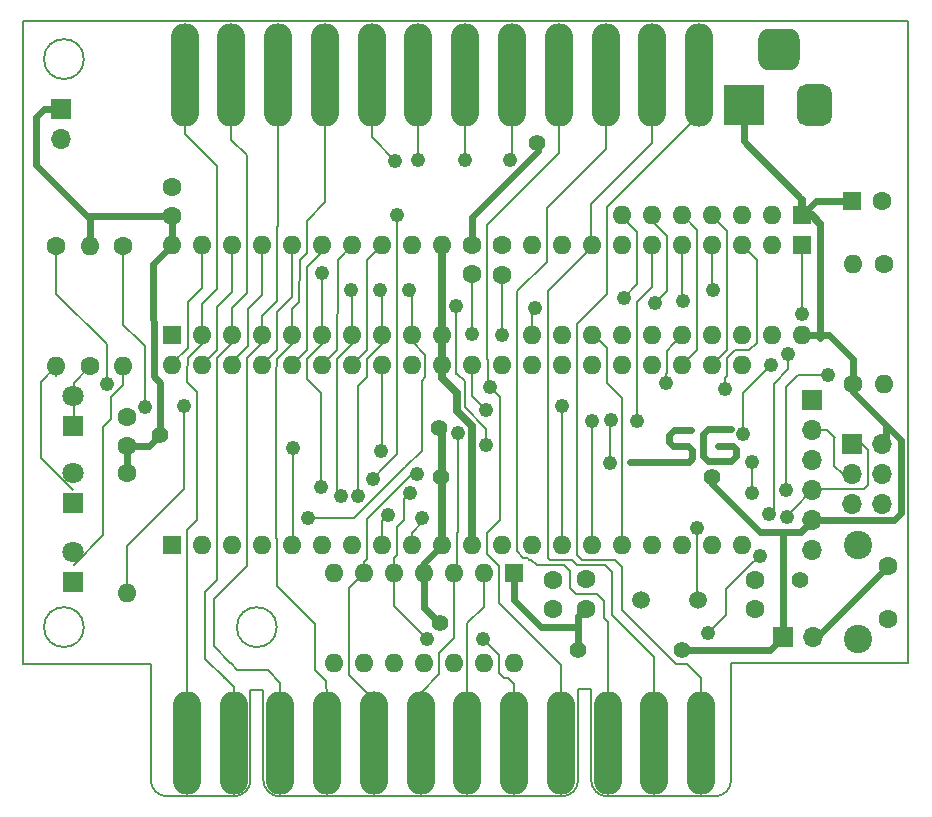
<source format=gtl>
G04 #@! TF.GenerationSoftware,KiCad,Pcbnew,(5.1.9)-1*
G04 #@! TF.CreationDate,2021-05-14T21:12:05-04:00*
G04 #@! TF.ProjectId,CBM-SD,43424d2d-5344-42e6-9b69-6361645f7063,rev?*
G04 #@! TF.SameCoordinates,Original*
G04 #@! TF.FileFunction,Copper,L1,Top*
G04 #@! TF.FilePolarity,Positive*
%FSLAX46Y46*%
G04 Gerber Fmt 4.6, Leading zero omitted, Abs format (unit mm)*
G04 Created by KiCad (PCBNEW (5.1.9)-1) date 2021-05-14 21:12:05*
%MOMM*%
%LPD*%
G01*
G04 APERTURE LIST*
G04 #@! TA.AperFunction,Profile*
%ADD10C,0.200660*%
G04 #@! TD*
G04 #@! TA.AperFunction,ComponentPad*
%ADD11O,1.600000X1.600000*%
G04 #@! TD*
G04 #@! TA.AperFunction,ComponentPad*
%ADD12R,1.600000X1.600000*%
G04 #@! TD*
G04 #@! TA.AperFunction,ComponentPad*
%ADD13O,1.700000X1.700000*%
G04 #@! TD*
G04 #@! TA.AperFunction,ComponentPad*
%ADD14R,1.700000X1.700000*%
G04 #@! TD*
G04 #@! TA.AperFunction,ComponentPad*
%ADD15C,1.600000*%
G04 #@! TD*
G04 #@! TA.AperFunction,ComponentPad*
%ADD16C,2.400000*%
G04 #@! TD*
G04 #@! TA.AperFunction,ComponentPad*
%ADD17R,3.500000X3.500000*%
G04 #@! TD*
G04 #@! TA.AperFunction,ComponentPad*
%ADD18C,1.800000*%
G04 #@! TD*
G04 #@! TA.AperFunction,ComponentPad*
%ADD19R,1.800000X1.800000*%
G04 #@! TD*
G04 #@! TA.AperFunction,ComponentPad*
%ADD20C,1.500000*%
G04 #@! TD*
G04 #@! TA.AperFunction,SMDPad,CuDef*
%ADD21O,2.410000X8.760000*%
G04 #@! TD*
G04 #@! TA.AperFunction,ViaPad*
%ADD22C,1.422400*%
G04 #@! TD*
G04 #@! TA.AperFunction,ViaPad*
%ADD23C,1.219200*%
G04 #@! TD*
G04 #@! TA.AperFunction,Conductor*
%ADD24C,0.600000*%
G04 #@! TD*
G04 #@! TA.AperFunction,Conductor*
%ADD25C,0.660400*%
G04 #@! TD*
G04 #@! TA.AperFunction,Conductor*
%ADD26C,0.203200*%
G04 #@! TD*
G04 #@! TA.AperFunction,Conductor*
%ADD27C,0.200000*%
G04 #@! TD*
G04 APERTURE END LIST*
D10*
X122337228Y-69011800D02*
G75*
G03*
X122337228Y-69011800I-1687228J0D01*
G01*
X122337228Y-117104827D02*
G75*
G03*
X122337228Y-117104827I-1687228J0D01*
G01*
X192151000Y-120142000D02*
X181165500Y-120142000D01*
X192151000Y-65786000D02*
X117221000Y-65786000D01*
X117221000Y-120230900D02*
X117221000Y-65786000D01*
X128003300Y-120230900D02*
X117221000Y-120230900D01*
X128003300Y-130035300D02*
X128003300Y-120230900D01*
X138669428Y-117106700D02*
G75*
G03*
X138669428Y-117106700I-1687228J0D01*
G01*
X177152300Y-120142000D02*
X177152300Y-120192800D01*
X181165500Y-120142000D02*
X177152300Y-120142000D01*
X192151000Y-114109500D02*
X192151000Y-120142000D01*
X177152300Y-130035300D02*
X177152300Y-120192800D01*
X166674800Y-131432300D02*
X175755300Y-131432300D01*
X138925300Y-131432300D02*
X162801300Y-131432300D01*
X129400300Y-131432300D02*
X135051800Y-131432300D01*
X136448800Y-122415300D02*
X136448800Y-130035300D01*
X137528300Y-130035300D02*
X137528300Y-122415300D01*
X164198300Y-122351800D02*
X164198300Y-130035300D01*
X165277800Y-130035300D02*
X165277800Y-122351800D01*
X129400300Y-131432300D02*
G75*
G02*
X128003300Y-130035300I0J1397000D01*
G01*
X136448800Y-130035300D02*
G75*
G02*
X135051800Y-131432300I-1397000J0D01*
G01*
X138925300Y-131432300D02*
G75*
G02*
X137528300Y-130035300I0J1397000D01*
G01*
X164198300Y-130035300D02*
G75*
G02*
X162801300Y-131432300I-1397000J0D01*
G01*
X166674800Y-131432300D02*
G75*
G02*
X165277800Y-130035300I0J1397000D01*
G01*
X177152300Y-130035300D02*
G75*
G02*
X175755300Y-131432300I-1397000J0D01*
G01*
X136448800Y-122415300D02*
X137528300Y-122415300D01*
X165277800Y-122351800D02*
X164198300Y-122351800D01*
X192151000Y-65786000D02*
X192151000Y-114109500D01*
D11*
X129794000Y-94932500D03*
X178054000Y-110172500D03*
X132334000Y-94932500D03*
X175514000Y-110172500D03*
X134874000Y-94932500D03*
X172974000Y-110172500D03*
X137414000Y-94932500D03*
X170434000Y-110172500D03*
X139954000Y-94932500D03*
X167894000Y-110172500D03*
X142494000Y-94932500D03*
X165354000Y-110172500D03*
X145034000Y-94932500D03*
X162814000Y-110172500D03*
X147574000Y-94932500D03*
X160274000Y-110172500D03*
X150114000Y-94932500D03*
X157734000Y-110172500D03*
X152654000Y-94932500D03*
X155194000Y-110172500D03*
X155194000Y-94932500D03*
X152654000Y-110172500D03*
X157734000Y-94932500D03*
X150114000Y-110172500D03*
X160274000Y-94932500D03*
X147574000Y-110172500D03*
X162814000Y-94932500D03*
X145034000Y-110172500D03*
X165354000Y-94932500D03*
X142494000Y-110172500D03*
X167894000Y-94932500D03*
X139954000Y-110172500D03*
X170434000Y-94932500D03*
X137414000Y-110172500D03*
X172974000Y-94932500D03*
X134874000Y-110172500D03*
X175514000Y-94932500D03*
X132334000Y-110172500D03*
X178054000Y-94932500D03*
D12*
X129794000Y-110172500D03*
D13*
X184099200Y-117906800D03*
D14*
X181559200Y-117906800D03*
D15*
X190411100Y-111887000D03*
D16*
X187911740Y-110136940D03*
X187911740Y-118137940D03*
D15*
X190411100Y-116387880D03*
D14*
X187413900Y-101600000D03*
D13*
X189953900Y-101600000D03*
X187413900Y-104140000D03*
X189953900Y-104140000D03*
X187413900Y-106680000D03*
X189953900Y-106680000D03*
D11*
X158750000Y-120142000D03*
X143510000Y-112522000D03*
X156210000Y-120142000D03*
X146050000Y-112522000D03*
X153670000Y-120142000D03*
X148590000Y-112522000D03*
X151130000Y-120142000D03*
X151130000Y-112522000D03*
X148590000Y-120142000D03*
X153670000Y-112522000D03*
X146050000Y-120142000D03*
X156210000Y-112522000D03*
X143510000Y-120142000D03*
D12*
X158750000Y-112522000D03*
D11*
X125996700Y-114236500D03*
D15*
X125996700Y-104076500D03*
D11*
X167894000Y-82232500D03*
X170434000Y-82232500D03*
X172974000Y-82232500D03*
X175514000Y-82232500D03*
X178054000Y-82232500D03*
X180594000Y-82232500D03*
D12*
X183134000Y-82232500D03*
G04 #@! TA.AperFunction,ComponentPad*
G36*
G01*
X182943700Y-67323000D02*
X182943700Y-69073000D01*
G75*
G02*
X182068700Y-69948000I-875000J0D01*
G01*
X180318700Y-69948000D01*
G75*
G02*
X179443700Y-69073000I0J875000D01*
G01*
X179443700Y-67323000D01*
G75*
G02*
X180318700Y-66448000I875000J0D01*
G01*
X182068700Y-66448000D01*
G75*
G02*
X182943700Y-67323000I0J-875000D01*
G01*
G37*
G04 #@! TD.AperFunction*
G04 #@! TA.AperFunction,ComponentPad*
G36*
G01*
X185693700Y-71898000D02*
X185693700Y-73898000D01*
G75*
G02*
X184943700Y-74648000I-750000J0D01*
G01*
X183443700Y-74648000D01*
G75*
G02*
X182693700Y-73898000I0J750000D01*
G01*
X182693700Y-71898000D01*
G75*
G02*
X183443700Y-71148000I750000J0D01*
G01*
X184943700Y-71148000D01*
G75*
G02*
X185693700Y-71898000I0J-750000D01*
G01*
G37*
G04 #@! TD.AperFunction*
D17*
X178193700Y-72898000D03*
D18*
X121462800Y-97497900D03*
D19*
X121462800Y-100037900D03*
D18*
X121450100Y-110782100D03*
D19*
X121450100Y-113322100D03*
D18*
X121450100Y-104076500D03*
D19*
X121450100Y-106616500D03*
D11*
X122872500Y-84836000D03*
D15*
X122872500Y-94996000D03*
D11*
X125691900Y-94996000D03*
D15*
X125691900Y-84836000D03*
D11*
X120015000Y-94996000D03*
D15*
X120015000Y-84836000D03*
D20*
X174361500Y-114808000D03*
X169481500Y-114808000D03*
D15*
X126009400Y-101790500D03*
X126009400Y-99290500D03*
X129819400Y-82319500D03*
X129819400Y-79819500D03*
X157721300Y-84785200D03*
X157721300Y-87285200D03*
X155194000Y-84747100D03*
X155194000Y-87247100D03*
X164846000Y-115555400D03*
X164846000Y-113055400D03*
X162052000Y-115593500D03*
X162052000Y-113093500D03*
X179146200Y-115606200D03*
X179146200Y-113106200D03*
D11*
X187439300Y-86385400D03*
D15*
X187439300Y-96545400D03*
X189901200Y-81051400D03*
D12*
X187401200Y-81051400D03*
D11*
X183134000Y-92392500D03*
X160274000Y-84772500D03*
X180594000Y-92392500D03*
X162814000Y-84772500D03*
X178054000Y-92392500D03*
X165354000Y-84772500D03*
X175514000Y-92392500D03*
X167894000Y-84772500D03*
X172974000Y-92392500D03*
X170434000Y-84772500D03*
X170434000Y-92392500D03*
X172974000Y-84772500D03*
X167894000Y-92392500D03*
X175514000Y-84772500D03*
X165354000Y-92392500D03*
X178054000Y-84772500D03*
X162814000Y-92392500D03*
X180594000Y-84772500D03*
X160274000Y-92392500D03*
D12*
X183134000Y-84772500D03*
D11*
X129794000Y-84772500D03*
X152654000Y-92392500D03*
X132334000Y-84772500D03*
X150114000Y-92392500D03*
X134874000Y-84772500D03*
X147574000Y-92392500D03*
X137414000Y-84772500D03*
X145034000Y-92392500D03*
X139954000Y-84772500D03*
X142494000Y-92392500D03*
X142494000Y-84772500D03*
X139954000Y-92392500D03*
X145034000Y-84772500D03*
X137414000Y-92392500D03*
X147574000Y-84772500D03*
X134874000Y-92392500D03*
X150114000Y-84772500D03*
X132334000Y-92392500D03*
X152654000Y-84772500D03*
D12*
X129794000Y-92392500D03*
D11*
X190093600Y-96532700D03*
D15*
X190093600Y-86372700D03*
D13*
X183997600Y-110591600D03*
X183997600Y-108051600D03*
X183997600Y-105511600D03*
X183997600Y-102971600D03*
X183997600Y-100431600D03*
D14*
X183997600Y-97891600D03*
D21*
X174433500Y-70332600D03*
X170473500Y-70332600D03*
X166513500Y-70332600D03*
X162553500Y-70332600D03*
X158593500Y-70332600D03*
X154633500Y-70332600D03*
X150673500Y-70332600D03*
X146713500Y-70332600D03*
X142753500Y-70332600D03*
X138793500Y-70332600D03*
X134833500Y-70332600D03*
X130873500Y-70332600D03*
X174612300Y-126923800D03*
X170652300Y-126923800D03*
X166692300Y-126923800D03*
X162732300Y-126923800D03*
X158772300Y-126923800D03*
X154812300Y-126923800D03*
X150852300Y-126923800D03*
X146892300Y-126923800D03*
X142932300Y-126923800D03*
X138972300Y-126923800D03*
X135012300Y-126923800D03*
X131052300Y-126923800D03*
D13*
X120370600Y-75742800D03*
D14*
X120370600Y-73202800D03*
D22*
X152463500Y-116776500D03*
D23*
X148844000Y-82169000D03*
X149860000Y-88582500D03*
X141287500Y-107886500D03*
X147447000Y-88519000D03*
X147447000Y-88519000D03*
X144970500Y-88582500D03*
X144081500Y-105981500D03*
X142430500Y-105219500D03*
X142494000Y-87122000D03*
X154051000Y-100647500D03*
X153860500Y-89916000D03*
X168084500Y-89217500D03*
X183134000Y-90551000D03*
X171640500Y-96456500D03*
X160528000Y-90106500D03*
X170688000Y-89662000D03*
D22*
X152425400Y-100228400D03*
D23*
X155194000Y-92312500D03*
X174244000Y-108673900D03*
X157734000Y-92392500D03*
X156362400Y-98717100D03*
X145554700Y-105994200D03*
X156718000Y-96748600D03*
X175577500Y-88557100D03*
X180530500Y-94945200D03*
X149961600Y-105714800D03*
X173050200Y-89522300D03*
X181965600Y-93954600D03*
X166966900Y-99555300D03*
X140017500Y-101955600D03*
D22*
X160731200Y-76136500D03*
X183007000Y-113106200D03*
X128790700Y-100838000D03*
X152577800Y-104419400D03*
X175564800Y-104406700D03*
X172974000Y-119011700D03*
X164198300Y-119011700D03*
D23*
X130810000Y-98399600D03*
X146799300Y-104546400D03*
X176618900Y-96964500D03*
X158432500Y-77533500D03*
X178168300Y-100787200D03*
X151396700Y-118135400D03*
X156159200Y-118135400D03*
X154609800Y-77533500D03*
X180319942Y-107518200D03*
X150660100Y-77558900D03*
X169164000Y-99644200D03*
X166878000Y-103187500D03*
X150583900Y-104178100D03*
X148678900Y-77609700D03*
X156400500Y-101663500D03*
X178879500Y-105765600D03*
X178917600Y-103136700D03*
X179616100Y-111099600D03*
X181889400Y-107810300D03*
X175171100Y-117589300D03*
X148069300Y-107581700D03*
X150952200Y-107861100D03*
X181800500Y-105473500D03*
X185356500Y-95770700D03*
X162839400Y-98412300D03*
X124282200Y-96532700D03*
X165354000Y-99631500D03*
X127546100Y-98501200D03*
X147535900Y-102158800D03*
D24*
X171894500Y-101409500D02*
X171894500Y-100825300D01*
X172224700Y-101739700D02*
X171894500Y-101409500D01*
X173507400Y-101739700D02*
X172224700Y-101739700D01*
X173850300Y-102082600D02*
X173507400Y-101739700D01*
X171894500Y-100825300D02*
X172326300Y-100393500D01*
X173850300Y-102793800D02*
X173850300Y-102082600D01*
X172326300Y-100393500D02*
X173786800Y-100393500D01*
X173545500Y-103098600D02*
X173850300Y-102793800D01*
X168592500Y-103098600D02*
X173545500Y-103098600D01*
X177114200Y-100368100D02*
X175171100Y-100368100D01*
X175171100Y-100368100D02*
X174802800Y-100736400D01*
X174802800Y-100736400D02*
X174802800Y-101485700D01*
X174802800Y-101485700D02*
X174802800Y-102577900D01*
X174802800Y-102577900D02*
X175221900Y-102997000D01*
X175221900Y-102997000D02*
X177139600Y-102997000D01*
X177139600Y-102997000D02*
X177546000Y-102590600D01*
X177546000Y-102590600D02*
X177546000Y-102044500D01*
X177546000Y-102044500D02*
X177266600Y-101765100D01*
X177266600Y-101765100D02*
X176072800Y-101765100D01*
D25*
X152654000Y-92392500D02*
X152654000Y-89852500D01*
X152654000Y-94932500D02*
X152654000Y-92392500D01*
X155194000Y-110172500D02*
X155194000Y-102616000D01*
X155194000Y-100076000D02*
X155194000Y-102616000D01*
X152654000Y-94932500D02*
X152654000Y-96012000D01*
X152654000Y-89852500D02*
X152654000Y-84772500D01*
X152400000Y-116713000D02*
X152463500Y-116776500D01*
X183959500Y-82232500D02*
X183134000Y-82232500D01*
X184658000Y-82931000D02*
X183959500Y-82232500D01*
D26*
X120015000Y-94996000D02*
X120015000Y-95821500D01*
X118681500Y-102743000D02*
X121412000Y-105473500D01*
X118681500Y-97472500D02*
X118681500Y-102743000D01*
X174244000Y-114690500D02*
X174361500Y-114808000D01*
X174244000Y-109283500D02*
X174244000Y-114690500D01*
X150114000Y-88836500D02*
X150114000Y-92392500D01*
X149860000Y-88582500D02*
X150114000Y-88836500D01*
X141287500Y-107886500D02*
X141224000Y-107823000D01*
X150114000Y-92900500D02*
X150114000Y-92392500D01*
X151257000Y-95948500D02*
X151257000Y-94043500D01*
X151257000Y-94043500D02*
X150114000Y-92900500D01*
X147574000Y-88646000D02*
X147447000Y-88519000D01*
X147574000Y-92392500D02*
X147574000Y-88646000D01*
X146304000Y-95948500D02*
X146304000Y-94361000D01*
X147574000Y-93091000D02*
X147574000Y-92392500D01*
X146304000Y-94361000D02*
X147574000Y-93091000D01*
X145034000Y-88646000D02*
X145034000Y-92392500D01*
X144970500Y-88582500D02*
X145034000Y-88646000D01*
X143764000Y-96202500D02*
X143764000Y-94424500D01*
X145034000Y-93154500D02*
X145034000Y-92392500D01*
X143764000Y-94424500D02*
X145034000Y-93154500D01*
X143764000Y-105664000D02*
X144081500Y-105981500D01*
X143764000Y-96202500D02*
X143764000Y-105664000D01*
X142430500Y-105219500D02*
X142430500Y-97282000D01*
X142430500Y-97282000D02*
X141224000Y-96075500D01*
X141224000Y-96075500D02*
X141224000Y-94361000D01*
X142494000Y-93091000D02*
X142494000Y-92392500D01*
X141224000Y-94361000D02*
X142494000Y-93091000D01*
X142494000Y-87122000D02*
X142494000Y-92392500D01*
X174612300Y-126923800D02*
X174612300Y-121907300D01*
X165290500Y-84709000D02*
X165354000Y-84772500D01*
X161607500Y-88646000D02*
X165354000Y-84899500D01*
X161607500Y-110617000D02*
X161607500Y-88646000D01*
X165354000Y-84899500D02*
X165354000Y-84772500D01*
X170652300Y-126923800D02*
X170652300Y-122138300D01*
X159067500Y-88709500D02*
X159004000Y-88773000D01*
X166692300Y-126923800D02*
X166692300Y-122305800D01*
X179324000Y-86042500D02*
X178054000Y-84772500D01*
X156527500Y-94488000D02*
X156527500Y-96202500D01*
X156464000Y-94424500D02*
X156527500Y-94488000D01*
X156527500Y-96202500D02*
X156718000Y-96393000D01*
X157607000Y-108013500D02*
X157607000Y-99631500D01*
X156464000Y-110871000D02*
X156464000Y-109156500D01*
X157480000Y-111887000D02*
X156464000Y-110871000D01*
X156464000Y-109156500D02*
X157607000Y-108013500D01*
X162732300Y-126923800D02*
X162732300Y-121658800D01*
X158772300Y-121942300D02*
X158264300Y-121434300D01*
X158772300Y-126923800D02*
X158772300Y-121942300D01*
X154812300Y-126923800D02*
X154812300Y-121831800D01*
X170434000Y-84772500D02*
X170434000Y-88265000D01*
X170434000Y-88265000D02*
X169164000Y-89535000D01*
X154051000Y-100647500D02*
X154051000Y-109029500D01*
X154051000Y-109029500D02*
X153924000Y-109156500D01*
X153924000Y-112268000D02*
X153670000Y-112522000D01*
X153924000Y-109156500D02*
X153924000Y-112268000D01*
X146050000Y-112522000D02*
X146050000Y-111569500D01*
X146050000Y-111569500D02*
X146304000Y-111315500D01*
X146304000Y-111315500D02*
X146304000Y-108458000D01*
X138684000Y-94361000D02*
X139954000Y-93091000D01*
X139954000Y-93091000D02*
X139954000Y-92392500D01*
X138620500Y-95821500D02*
X138684000Y-94361000D01*
X139954000Y-90170000D02*
X139954000Y-92392500D01*
X140589000Y-89535000D02*
X139954000Y-90170000D01*
X141224000Y-82677000D02*
X141224000Y-85407500D01*
X141224000Y-85407500D02*
X140652500Y-85979000D01*
X140652500Y-85979000D02*
X140589000Y-89535000D01*
X137414000Y-93027500D02*
X136144000Y-94297500D01*
X137414000Y-92392500D02*
X137414000Y-93027500D01*
X136144000Y-94297500D02*
X136144000Y-95948500D01*
X134874000Y-93027500D02*
X134874000Y-92392500D01*
X133604000Y-94297500D02*
X134874000Y-93027500D01*
X133604000Y-96075500D02*
X133604000Y-94297500D01*
X133604000Y-88455500D02*
X132334000Y-89725500D01*
X132334000Y-89725500D02*
X132334000Y-92392500D01*
X132334000Y-93091000D02*
X131127500Y-94297500D01*
X132334000Y-92392500D02*
X132334000Y-93091000D01*
X176784000Y-83566000D02*
X176784000Y-93662500D01*
X176530001Y-93916499D02*
X175514000Y-94932500D01*
X175514000Y-82296000D02*
X176784000Y-83566000D01*
X176784000Y-93662500D02*
X176530001Y-93916499D01*
X175514000Y-82232500D02*
X175514000Y-82296000D01*
X174269085Y-93637415D02*
X172974000Y-94932500D01*
X174269085Y-90637585D02*
X174269085Y-93637415D01*
X172974000Y-82232500D02*
X173037500Y-82232500D01*
X173037500Y-82232500D02*
X174244000Y-83439000D01*
X174244000Y-90612500D02*
X174269085Y-90637585D01*
X174244000Y-83439000D02*
X174244000Y-90612500D01*
X167894000Y-82232500D02*
X167894000Y-82359500D01*
X169164000Y-83629500D02*
X169164000Y-88074500D01*
X167894000Y-82359500D02*
X169164000Y-83629500D01*
X153860500Y-95631000D02*
X153924000Y-95631000D01*
X153860500Y-91440000D02*
X153860500Y-95631000D01*
X139954000Y-110172500D02*
X140017500Y-110109000D01*
X140017500Y-110109000D02*
X140017500Y-102552500D01*
X153860500Y-91440000D02*
X153860500Y-89916000D01*
X169164000Y-88074500D02*
X168084500Y-89217500D01*
X183134000Y-89535000D02*
X183134000Y-84772500D01*
X183134000Y-90551000D02*
X183134000Y-84772500D01*
X171677032Y-95594468D02*
X171677032Y-93689468D01*
X172262801Y-93103699D02*
X172974000Y-92392500D01*
X171677032Y-93689468D02*
X172262801Y-93103699D01*
X171640500Y-95631000D02*
X171677032Y-95594468D01*
X171640500Y-96456500D02*
X171640500Y-95631000D01*
X120015000Y-84836000D02*
X120015000Y-87630000D01*
X147574000Y-84772500D02*
X146291155Y-86055345D01*
X146291155Y-86055345D02*
X146291155Y-93675345D01*
X146291155Y-93675345D02*
X145034000Y-94932500D01*
X142494000Y-94932500D02*
X143762912Y-93663588D01*
X143762912Y-93663588D02*
X143827500Y-87566500D01*
X143827500Y-85979000D02*
X145034000Y-84772500D01*
X143827500Y-87566500D02*
X143827500Y-85979000D01*
X165354000Y-92392500D02*
X165544500Y-92392500D01*
X165544500Y-92392500D02*
X166624000Y-93472000D01*
X142494000Y-85344000D02*
X142494000Y-84772500D01*
X141254117Y-86583883D02*
X142494000Y-85344000D01*
X139954000Y-94932500D02*
X141254117Y-93632383D01*
X141254117Y-93632383D02*
X141254117Y-86583883D01*
X139954000Y-89154000D02*
X139954000Y-84772500D01*
X138686977Y-90421023D02*
X139954000Y-89154000D01*
X137414000Y-94932500D02*
X138686977Y-93659523D01*
X138686977Y-93659523D02*
X138686977Y-90421023D01*
X137414000Y-88963500D02*
X137414000Y-84772500D01*
X136207500Y-90170000D02*
X137414000Y-88963500D01*
X136207500Y-93281500D02*
X136207500Y-90170000D01*
X134874000Y-94615000D02*
X136207500Y-93281500D01*
X134874000Y-94932500D02*
X134874000Y-94615000D01*
X133604000Y-93662500D02*
X133223000Y-94043500D01*
X133604000Y-89979500D02*
X133604000Y-93662500D01*
X133223000Y-94043500D02*
X132334000Y-94932500D01*
X134874000Y-84772500D02*
X134874000Y-88709500D01*
X134874000Y-88709500D02*
X133604000Y-89979500D01*
X132334000Y-87058500D02*
X132334000Y-84772500D01*
X170434000Y-82232500D02*
X170434000Y-82740500D01*
X170434000Y-82740500D02*
X171704000Y-84010500D01*
X160274000Y-91186000D02*
X160274000Y-92392500D01*
X160274000Y-92392500D02*
X160274000Y-90360500D01*
X160274000Y-90360500D02*
X160528000Y-90106500D01*
X170688000Y-89662000D02*
X171704000Y-88646000D01*
X171704000Y-88646000D02*
X171704000Y-87122000D01*
X171704000Y-84010500D02*
X171704000Y-87122000D01*
X171704000Y-87122000D02*
X171704000Y-87249000D01*
D24*
X153962100Y-97320100D02*
X153962100Y-98653600D01*
D25*
X152654000Y-96012000D02*
X153962100Y-97320100D01*
X153962100Y-98844100D02*
X155194000Y-100076000D01*
X153962100Y-97320100D02*
X153962100Y-98844100D01*
D24*
X183134000Y-82232500D02*
X183722000Y-82232500D01*
X151130000Y-111696500D02*
X152654000Y-110172500D01*
X151130000Y-112522000D02*
X151130000Y-111696500D01*
X151130000Y-115443000D02*
X152463500Y-116776500D01*
X151130000Y-112522000D02*
X151130000Y-115443000D01*
X183134000Y-92392500D02*
X183184800Y-92392500D01*
X152654000Y-100457000D02*
X152425400Y-100228400D01*
X152654000Y-100482400D02*
X152654000Y-100457000D01*
D25*
X152654000Y-100482400D02*
X152654000Y-102425500D01*
D24*
X184658000Y-90919300D02*
X184658000Y-82931000D01*
D26*
X155194000Y-87247100D02*
X155194000Y-92312500D01*
X174244000Y-108673900D02*
X174244000Y-109283500D01*
X157721300Y-92379800D02*
X157734000Y-92392500D01*
X157721300Y-87285200D02*
X157721300Y-92379800D01*
D27*
X155194000Y-94932500D02*
X155194000Y-97548700D01*
X156362400Y-98717100D02*
X155194000Y-97548700D01*
D26*
X148844000Y-82169000D02*
X148844000Y-101155500D01*
D27*
X149510750Y-103587550D02*
X150939500Y-102158800D01*
X150939500Y-96266000D02*
X151257000Y-95948500D01*
X150939500Y-102158800D02*
X150939500Y-96266000D01*
D26*
X145211800Y-107886500D02*
X146519900Y-106578400D01*
X144233900Y-107886500D02*
X145211800Y-107886500D01*
D27*
X141287500Y-107886500D02*
X144233900Y-107886500D01*
X145554700Y-96697800D02*
X146304000Y-95948500D01*
X145554700Y-105994200D02*
X145554700Y-96697800D01*
D26*
X164084000Y-91440000D02*
X166624000Y-88900000D01*
X164084000Y-110617000D02*
X164084000Y-91440000D01*
X159004000Y-110680500D02*
X159562800Y-111239300D01*
X156718000Y-96393000D02*
X156718000Y-96748600D01*
D27*
X157607000Y-97637600D02*
X156718000Y-96748600D01*
X157607000Y-99631500D02*
X157607000Y-97637600D01*
D26*
X175514000Y-88493600D02*
X175577500Y-88557100D01*
X175514000Y-84772500D02*
X175514000Y-88493600D01*
D27*
X148590000Y-112522000D02*
X148590000Y-111213900D01*
X148590000Y-111213900D02*
X148831300Y-110972600D01*
X148831300Y-110972600D02*
X148831300Y-109537500D01*
X149974300Y-105727500D02*
X149961600Y-105714800D01*
X149974300Y-106159300D02*
X149974300Y-105727500D01*
X149974300Y-106159300D02*
X149974300Y-105930700D01*
D26*
X172974000Y-89446100D02*
X173050200Y-89522300D01*
X172974000Y-84772500D02*
X172974000Y-89446100D01*
D27*
X166966900Y-99555300D02*
X166878000Y-99644200D01*
D26*
X146304000Y-107988100D02*
X146304000Y-108458000D01*
X148634450Y-105657650D02*
X146304000Y-107988100D01*
D27*
X138620500Y-95821500D02*
X138620500Y-97682518D01*
X136144000Y-95948500D02*
X136144000Y-98767900D01*
D26*
X137414000Y-90741500D02*
X137414000Y-92392500D01*
X138684000Y-89471500D02*
X137414000Y-90741500D01*
X138684000Y-83248500D02*
X138684000Y-89471500D01*
D27*
X133604000Y-96075500D02*
X133604000Y-100228400D01*
D26*
X134874000Y-90043000D02*
X134874000Y-92392500D01*
X136144000Y-88773000D02*
X134874000Y-90043000D01*
X136144000Y-83566000D02*
X136144000Y-88773000D01*
D27*
X131052300Y-123252500D02*
X131052300Y-126923800D01*
D26*
X133604000Y-84239100D02*
X133604000Y-88455500D01*
X140017500Y-102552500D02*
X140017500Y-102171500D01*
D27*
X154597100Y-98501200D02*
X156400500Y-100304600D01*
X154597100Y-96304100D02*
X154597100Y-98501200D01*
D26*
X153924000Y-95631000D02*
X154597100Y-96304100D01*
D27*
X140017500Y-101955600D02*
X140017500Y-102171500D01*
D24*
X155194000Y-84747100D02*
X155194000Y-82410300D01*
X155194000Y-82410300D02*
X160794700Y-76809600D01*
X160794700Y-76200000D02*
X160731200Y-76136500D01*
X160794700Y-76809600D02*
X160794700Y-76200000D01*
X184391300Y-117906800D02*
X190411100Y-111887000D01*
X184099200Y-117906800D02*
X184391300Y-117906800D01*
X129794000Y-82344900D02*
X129819400Y-82319500D01*
X129794000Y-84772500D02*
X129794000Y-82344900D01*
X122872500Y-82524600D02*
X123077600Y-82319500D01*
X122872500Y-84836000D02*
X122872500Y-82524600D01*
X123077600Y-82319500D02*
X129819400Y-82319500D01*
X128200150Y-86366350D02*
X129794000Y-84772500D01*
X128790700Y-96393000D02*
X128246658Y-95848958D01*
X128246658Y-95848958D02*
X128200150Y-86366350D01*
X128790700Y-100838000D02*
X128790700Y-96393000D01*
X126009400Y-104063800D02*
X125996700Y-104076500D01*
X126009400Y-101790500D02*
X126009400Y-104063800D01*
X127838200Y-101790500D02*
X128790700Y-100838000D01*
X126009400Y-101790500D02*
X127838200Y-101790500D01*
X184658000Y-92583000D02*
X184658000Y-90919300D01*
X184467500Y-92392500D02*
X184658000Y-92583000D01*
X183134000Y-92392500D02*
X184467500Y-92392500D01*
X152654000Y-104343200D02*
X152577800Y-104419400D01*
D25*
X152654000Y-102425500D02*
X152654000Y-104343200D01*
X152654000Y-104343200D02*
X152654000Y-110172500D01*
D24*
X164198300Y-116203100D02*
X164846000Y-115555400D01*
X164198300Y-119011700D02*
X164198300Y-117119400D01*
X164198300Y-117119400D02*
X164198300Y-116203100D01*
X184315100Y-81051400D02*
X183134000Y-82232500D01*
X183019700Y-109029500D02*
X183997600Y-108051600D01*
X175564800Y-104965500D02*
X179628800Y-109029500D01*
X175564800Y-104406700D02*
X175564800Y-104965500D01*
X122642000Y-82319500D02*
X118262400Y-77939900D01*
X123077600Y-82319500D02*
X122642000Y-82319500D01*
X181876700Y-109029500D02*
X183019700Y-109029500D01*
X158750000Y-114782600D02*
X158750000Y-112522000D01*
X161086800Y-117119400D02*
X158750000Y-114782600D01*
X164198300Y-117119400D02*
X161086800Y-117119400D01*
X187401200Y-81051400D02*
X184315100Y-81051400D01*
X178193700Y-75971400D02*
X183134000Y-80911700D01*
X178193700Y-72898000D02*
X178193700Y-75971400D01*
D25*
X183134000Y-82232500D02*
X183134000Y-80911700D01*
D24*
X184467500Y-92392500D02*
X185432700Y-92392500D01*
X187439300Y-94399100D02*
X187439300Y-96545400D01*
X185432700Y-92392500D02*
X187439300Y-94399100D01*
X187439300Y-96545400D02*
X187439300Y-97167700D01*
X190246000Y-99974400D02*
X190246000Y-101612700D01*
X187439300Y-97167700D02*
X190246000Y-99974400D01*
X183997600Y-108051600D02*
X190919100Y-108051600D01*
X190919100Y-108051600D02*
X191528700Y-107442000D01*
X191528700Y-101257100D02*
X190246000Y-99974400D01*
X191528700Y-107442000D02*
X191528700Y-101257100D01*
X181559200Y-109143800D02*
X181444900Y-109029500D01*
X181559200Y-117906800D02*
X181559200Y-109143800D01*
X181444900Y-109029500D02*
X181876700Y-109029500D01*
X179628800Y-109029500D02*
X181444900Y-109029500D01*
X180467000Y-118999000D02*
X181559200Y-117906800D01*
X172986700Y-118999000D02*
X180467000Y-118999000D01*
X172974000Y-119011700D02*
X172986700Y-118999000D01*
X120370600Y-73202800D02*
X118999000Y-73202800D01*
X118262400Y-73939400D02*
X118262400Y-77939900D01*
X118999000Y-73202800D02*
X118262400Y-73939400D01*
D27*
X118681500Y-96329500D02*
X120015000Y-94996000D01*
X118681500Y-97472500D02*
X118681500Y-96329500D01*
X125691900Y-96621600D02*
X125691900Y-94996000D01*
X124663200Y-99453700D02*
X124663200Y-97650300D01*
X124663200Y-97650300D02*
X125691900Y-96621600D01*
X123964700Y-100152200D02*
X124663200Y-99453700D01*
X123964700Y-109334300D02*
X123964700Y-100152200D01*
X121475500Y-111823500D02*
X123964700Y-109334300D01*
X130810000Y-98399600D02*
X130810000Y-100838000D01*
D26*
X130810000Y-105448100D02*
X125996700Y-110261400D01*
X130810000Y-100838000D02*
X130810000Y-105448100D01*
D27*
X125996700Y-110261400D02*
X125996700Y-114236500D01*
X121475500Y-96393000D02*
X122872500Y-94996000D01*
X121475500Y-99250500D02*
X121475500Y-96393000D01*
X148844000Y-101409500D02*
X148844000Y-101155500D01*
X148844000Y-102412800D02*
X148844000Y-101409500D01*
X147815300Y-103441500D02*
X148844000Y-102412800D01*
X146799300Y-104546400D02*
X147815300Y-103441500D01*
D26*
X146519900Y-106578400D02*
X149510750Y-103587550D01*
X174433500Y-73711800D02*
X166624000Y-81521300D01*
X174433500Y-70332600D02*
X174433500Y-73711800D01*
X166624000Y-88900000D02*
X166624000Y-81521300D01*
D27*
X167881300Y-111975900D02*
X167881300Y-115671600D01*
X167297100Y-111391700D02*
X167881300Y-111975900D01*
X164503100Y-111391700D02*
X167297100Y-111391700D01*
X164084000Y-110972600D02*
X164503100Y-111391700D01*
X164084000Y-110617000D02*
X164084000Y-110972600D01*
X172440600Y-120230900D02*
X173431200Y-120230900D01*
X167881300Y-115671600D02*
X172440600Y-120230900D01*
X174612300Y-121412000D02*
X174612300Y-121907300D01*
X173431200Y-120230900D02*
X174612300Y-121412000D01*
D26*
X170473500Y-76097000D02*
X165290500Y-81280000D01*
X170473500Y-70332600D02*
X170473500Y-76097000D01*
X165290500Y-81280000D02*
X165290500Y-84709000D01*
X165290500Y-81153000D02*
X165290500Y-81280000D01*
D27*
X170652300Y-122024000D02*
X170652300Y-122138300D01*
X170652300Y-119636400D02*
X170652300Y-122024000D01*
X167068500Y-116052600D02*
X170652300Y-119636400D01*
X167068500Y-112458500D02*
X167068500Y-116052600D01*
X166433500Y-111823500D02*
X167068500Y-112458500D01*
X164109400Y-111823500D02*
X166433500Y-111823500D01*
X163677600Y-111391700D02*
X164109400Y-111823500D01*
X161785300Y-111391700D02*
X163677600Y-111391700D01*
X161607500Y-111213900D02*
X161785300Y-111391700D01*
X161607500Y-110617000D02*
X161607500Y-111213900D01*
D26*
X159004000Y-90868500D02*
X159004000Y-88671400D01*
X159004000Y-88773000D02*
X159004000Y-90868500D01*
X159004000Y-90868500D02*
X159004000Y-110680500D01*
X159004000Y-88671400D02*
X161518600Y-86156800D01*
X161518600Y-86156800D02*
X161518600Y-81610200D01*
X166513500Y-76615300D02*
X166513500Y-70332600D01*
X161518600Y-81610200D02*
X166513500Y-76615300D01*
D27*
X160235900Y-111391700D02*
X160058100Y-111391700D01*
X160693100Y-111848900D02*
X160235900Y-111391700D01*
X163461700Y-112356900D02*
X162953700Y-111848900D01*
X163461700Y-113766600D02*
X163461700Y-112356900D01*
X159905700Y-111239300D02*
X159562800Y-111239300D01*
X164007800Y-114312700D02*
X163461700Y-113766600D01*
X162953700Y-111848900D02*
X160693100Y-111848900D01*
X165785800Y-114312700D02*
X164007800Y-114312700D01*
X166357300Y-114884200D02*
X165785800Y-114312700D01*
X160058100Y-111391700D02*
X159905700Y-111239300D01*
X166357300Y-116370100D02*
X166357300Y-114884200D01*
X166692300Y-116705100D02*
X166357300Y-116370100D01*
X166692300Y-126923800D02*
X166692300Y-116705100D01*
D26*
X156464000Y-83464400D02*
X156464000Y-83019900D01*
X156464000Y-82931000D02*
X156464000Y-83464400D01*
X156464000Y-83464400D02*
X156464000Y-94424500D01*
X162553500Y-76930400D02*
X162553500Y-70332600D01*
X156464000Y-83019900D02*
X162553500Y-76930400D01*
D27*
X176618900Y-96964500D02*
X176618900Y-96024700D01*
X176618900Y-96024700D02*
X176822100Y-95821500D01*
X176822100Y-95821500D02*
X176822100Y-94297500D01*
X176822100Y-94297500D02*
X177457100Y-93662500D01*
X178689000Y-93662500D02*
X179324000Y-93027500D01*
X177457100Y-93662500D02*
X178689000Y-93662500D01*
D26*
X179324000Y-93027500D02*
X179324000Y-86042500D01*
X157480000Y-113715800D02*
X157480000Y-111887000D01*
D27*
X162732300Y-120301600D02*
X162732300Y-126923800D01*
X157480000Y-115049300D02*
X162732300Y-120301600D01*
X157480000Y-113715800D02*
X157480000Y-115049300D01*
X158593500Y-77372500D02*
X158432500Y-77533500D01*
X158593500Y-70332600D02*
X158593500Y-77372500D01*
X179768500Y-95707200D02*
X180530500Y-94945200D01*
X179768500Y-95707200D02*
X179755800Y-95707200D01*
X178181000Y-100774500D02*
X178181000Y-97282000D01*
X178168300Y-100787200D02*
X178181000Y-100774500D01*
X179755800Y-95707200D02*
X178181000Y-97282000D01*
X148590000Y-115328700D02*
X151396700Y-118135400D01*
X148590000Y-112522000D02*
X148590000Y-115328700D01*
X158264300Y-121434300D02*
X157908700Y-121434300D01*
X157908700Y-121434300D02*
X157480000Y-121005600D01*
X157480000Y-119456200D02*
X156159200Y-118135400D01*
X157480000Y-121005600D02*
X157480000Y-119456200D01*
D26*
X148831300Y-109537500D02*
X148831300Y-108610400D01*
X149961600Y-105714800D02*
X149936200Y-105714800D01*
X149447250Y-106203750D02*
X149447250Y-107994450D01*
X149936200Y-105714800D02*
X149447250Y-106203750D01*
X148831300Y-108610400D02*
X149447250Y-107994450D01*
D27*
X154633500Y-77509800D02*
X154609800Y-77533500D01*
X154633500Y-70332600D02*
X154633500Y-77509800D01*
D26*
X181965600Y-95275400D02*
X181965600Y-93954600D01*
D27*
X180759100Y-107079042D02*
X180319942Y-107518200D01*
X180759100Y-96481900D02*
X180759100Y-107079042D01*
X181965600Y-95275400D02*
X180759100Y-96481900D01*
X154812300Y-116789900D02*
X156210000Y-115392200D01*
X154812300Y-121831800D02*
X154812300Y-116789900D01*
D26*
X156210000Y-112522000D02*
X156210000Y-115392200D01*
D27*
X150673500Y-77545500D02*
X150660100Y-77558900D01*
X150673500Y-77507400D02*
X150673500Y-77545500D01*
X150673500Y-70332600D02*
X150673500Y-77507400D01*
D26*
X169164000Y-89535000D02*
X169164000Y-99644200D01*
D27*
X150852300Y-122667600D02*
X150852300Y-126923800D01*
X152412700Y-121107200D02*
X150852300Y-122667600D01*
D26*
X153670000Y-115887500D02*
X153670000Y-112522000D01*
D27*
X153670000Y-118059200D02*
X152412700Y-119316500D01*
X153670000Y-115887500D02*
X153670000Y-118059200D01*
X152412700Y-119316500D02*
X152412700Y-121107200D01*
X146892300Y-126923800D02*
X146892300Y-123270300D01*
X146892300Y-123270300D02*
X144818100Y-121196100D01*
X144818100Y-113753900D02*
X146050000Y-112522000D01*
X144818100Y-121196100D02*
X144818100Y-113753900D01*
X166878000Y-99644200D02*
X166878000Y-103187500D01*
D26*
X148634450Y-105657650D02*
X148634450Y-105632250D01*
X150088600Y-104178100D02*
X150583900Y-104178100D01*
X148634450Y-105632250D02*
X150088600Y-104178100D01*
D27*
X146713500Y-75644300D02*
X148678900Y-77609700D01*
X146713500Y-70332600D02*
X146713500Y-75060100D01*
X146713500Y-75060100D02*
X146713500Y-75644300D01*
X142753500Y-81147500D02*
X141224000Y-82677000D01*
X142753500Y-70332600D02*
X142753500Y-81147500D01*
X142932300Y-122396400D02*
X142932300Y-126923800D01*
X142817850Y-122281950D02*
X142932300Y-122396400D01*
D26*
X142817850Y-121685050D02*
X142817850Y-122281950D01*
X141897100Y-120764300D02*
X142817850Y-121685050D01*
X141897100Y-116827300D02*
X141897100Y-120764300D01*
X138722100Y-113652300D02*
X141897100Y-116827300D01*
X138722100Y-109626400D02*
X138722100Y-113652300D01*
X138620500Y-109524800D02*
X138722100Y-109626400D01*
X138620500Y-97682518D02*
X138620500Y-109524800D01*
D27*
X138793500Y-83139000D02*
X138684000Y-83248500D01*
X138793500Y-70332600D02*
X138793500Y-83139000D01*
X138972300Y-121801900D02*
X138972300Y-126923800D01*
X134747000Y-120142000D02*
X134759700Y-120142000D01*
X135337550Y-120719850D02*
X137890250Y-120719850D01*
X134759700Y-120142000D02*
X135337550Y-120719850D01*
X137890250Y-120719850D02*
X138972300Y-121801900D01*
D26*
X136144000Y-98767900D02*
X136144000Y-111963200D01*
X136144000Y-111963200D02*
X133375400Y-114731800D01*
X133375400Y-118656100D02*
X133318250Y-118713250D01*
X133375400Y-114731800D02*
X133375400Y-118656100D01*
D27*
X134747000Y-120142000D02*
X133318250Y-118713250D01*
X136144000Y-77144600D02*
X134833500Y-75834100D01*
X136144000Y-83566000D02*
X136144000Y-77144600D01*
X134833500Y-70332600D02*
X134833500Y-75834100D01*
D26*
X135012300Y-126923800D02*
X135012300Y-122198000D01*
X134334250Y-121519950D02*
X135012300Y-122198000D01*
X134200900Y-121386600D02*
X134334250Y-121519950D01*
X133604000Y-112217200D02*
X133604000Y-100228400D01*
X133604000Y-113118900D02*
X133604000Y-112217200D01*
X132613400Y-114109500D02*
X133604000Y-113118900D01*
X132613400Y-119799100D02*
X132613400Y-114109500D01*
X134334250Y-121519950D02*
X132613400Y-119799100D01*
D27*
X130873500Y-75323700D02*
X130873500Y-70332600D01*
X133604000Y-78054200D02*
X130873500Y-75323700D01*
X133604000Y-84239100D02*
X133604000Y-78054200D01*
X131080328Y-95665472D02*
X131080328Y-96345828D01*
D26*
X131127500Y-94297500D02*
X131080328Y-95665472D01*
X131080328Y-95665472D02*
X131064000Y-96139000D01*
D27*
X131080328Y-96345828D02*
X131889500Y-97155000D01*
X131889500Y-97155000D02*
X131889500Y-100990400D01*
X131052300Y-126923800D02*
X131052300Y-121487200D01*
D26*
X131889500Y-100990400D02*
X131889500Y-108026200D01*
X131889500Y-108026200D02*
X131051300Y-108864400D01*
X131051300Y-126922800D02*
X131052300Y-126923800D01*
X131051300Y-108864400D02*
X131051300Y-126922800D01*
X156400500Y-101663500D02*
X156400500Y-100304600D01*
D27*
X178879500Y-103174800D02*
X178917600Y-103136700D01*
X178879500Y-105765600D02*
X178879500Y-103174800D01*
X176695100Y-113842800D02*
X176695100Y-116065300D01*
X179216050Y-111499650D02*
X179616100Y-111099600D01*
X179038250Y-111499650D02*
X179216050Y-111499650D01*
X179038250Y-111499650D02*
X176695100Y-113842800D01*
X181889400Y-107619800D02*
X182340250Y-107168950D01*
X181889400Y-107810300D02*
X181889400Y-107619800D01*
X182340250Y-107168950D02*
X183997600Y-105511600D01*
X182270400Y-107238800D02*
X182340250Y-107168950D01*
D26*
X175171100Y-117589300D02*
X176695100Y-116065300D01*
D27*
X187706000Y-101612700D02*
X188226700Y-101612700D01*
X184073800Y-105435400D02*
X183997600Y-105511600D01*
X188391800Y-105435400D02*
X184073800Y-105435400D01*
D26*
X188722000Y-105105200D02*
X188391800Y-105435400D01*
X188722000Y-102108000D02*
X188722000Y-105105200D01*
D27*
X188226700Y-101612700D02*
X188722000Y-102108000D01*
X147574000Y-108077000D02*
X147574000Y-108292900D01*
X148069300Y-107581700D02*
X147574000Y-108077000D01*
D26*
X147574000Y-110172500D02*
X147574000Y-108292900D01*
D27*
X183997600Y-100431600D02*
X185293000Y-100431600D01*
X185293000Y-100431600D02*
X185864500Y-101003100D01*
X185864500Y-101003100D02*
X185915300Y-101003100D01*
X185864500Y-101003100D02*
X185864500Y-103428800D01*
X186588400Y-104152700D02*
X187706000Y-104152700D01*
X185864500Y-103428800D02*
X186588400Y-104152700D01*
D26*
X151066500Y-108140500D02*
X150114000Y-109093000D01*
X150952200Y-107861100D02*
X151066500Y-108140500D01*
X150114000Y-109093000D02*
X150114000Y-110172500D01*
D27*
X181800500Y-96774000D02*
X181800500Y-105473500D01*
X182803800Y-95770700D02*
X181800500Y-96774000D01*
X185356500Y-95770700D02*
X182803800Y-95770700D01*
D26*
X162814000Y-100647500D02*
X162814000Y-110172500D01*
X162839400Y-98412300D02*
X162814000Y-100647500D01*
X124269500Y-93129100D02*
X120015000Y-88874600D01*
X124269500Y-94284800D02*
X124269500Y-93129100D01*
X120015000Y-88874600D02*
X120015000Y-84836000D01*
D27*
X124269500Y-95948500D02*
X124269500Y-95732600D01*
X124269500Y-95732600D02*
X124269500Y-94284800D01*
X124269500Y-96520000D02*
X124269500Y-95732600D01*
X124282200Y-96532700D02*
X124269500Y-96520000D01*
D26*
X165354000Y-104203500D02*
X165354000Y-110172500D01*
X165354000Y-99631500D02*
X165354000Y-104203500D01*
D27*
X125691900Y-91516200D02*
X125691900Y-84836000D01*
X127076200Y-92900500D02*
X125691900Y-91516200D01*
X127076200Y-92900500D02*
X127114300Y-92900500D01*
X127114300Y-92900500D02*
X127546100Y-93332300D01*
X127546100Y-93332300D02*
X127546100Y-98501200D01*
X167894000Y-97688400D02*
X166624000Y-96418400D01*
X167894000Y-110172500D02*
X167894000Y-97688400D01*
D26*
X166624000Y-93472000D02*
X166624000Y-96418400D01*
D27*
X129794000Y-94932500D02*
X129794000Y-94780100D01*
X129794000Y-94780100D02*
X131127500Y-93446600D01*
X131127500Y-93446600D02*
X131127500Y-89611200D01*
X132334000Y-88404700D02*
X132334000Y-87058500D01*
X131127500Y-89611200D02*
X132334000Y-88404700D01*
D26*
X147574000Y-101155500D02*
X147574000Y-100901500D01*
X147535900Y-102158800D02*
X147574000Y-101155500D01*
X147574000Y-100901500D02*
X147574000Y-94932500D01*
M02*

</source>
